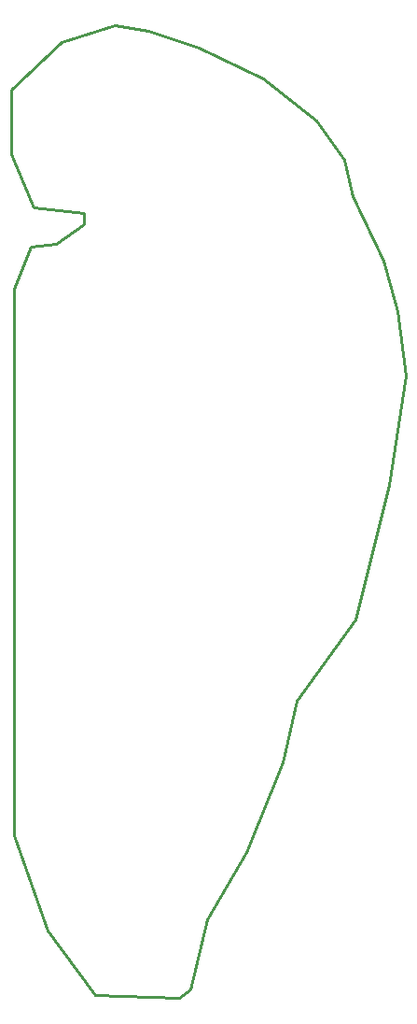
<source format=gko>
G04 ---------------------------- Layer name :KeepOutLayer *
G04 easyEDA 0.1*
G04 Scale: 100 percent, Rotated: No, Reflected: No *
G04 Dimensions in inches *
G04 leading zeros omitted , absolute positions ,2 integer and 4 * 
%FSLAX24Y24*%
%MOIN*%
G90*
G70D02*

%ADD10C,0.010000*%
G54D10*
G01X4900Y34500D02*
G01X6700Y33900D01*
G01X9000Y32800D01*
G01X10900Y31300D01*
G01X11900Y29900D01*
G01X12200Y28600D01*
G01X13300Y26300D01*
G01X13800Y24500D01*
G01X14100Y22200D01*
G01X13500Y18300D01*
G01X12300Y13500D01*
G01X10200Y10600D01*
G01X9700Y8400D01*
G01X8400Y5200D01*
G01X7000Y2800D01*
G01X6400Y300D01*
G01X6000Y0D01*
G01X3000Y100D01*
G01X1300Y2400D01*
G01X100Y5800D01*
G01X100Y16700D01*
G01X100Y25300D01*
G01X700Y26800D01*
G01X1600Y26900D01*
G01X2600Y27600D01*
G01X2600Y28000D01*
G01X800Y28200D01*
G01X0Y30100D01*
G01X0Y32400D01*
G01X1800Y34100D01*
G01X3700Y34700D01*
G01X4900Y34500D01*
G01X4900Y34500D01*

%LPD*%

M00*
M02*
</source>
